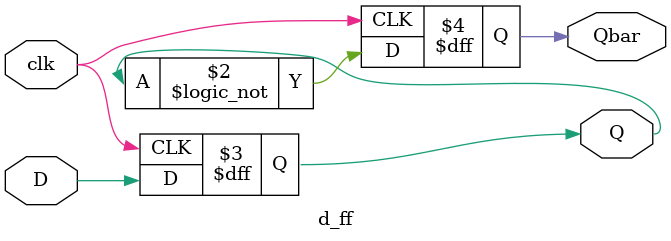
<source format=v>
`timescale 1ns / 1ps


module d_ff(
    input clk,
    input D,
    output reg Q,
    output reg Qbar
    );
    
    always@(posedge clk)
    begin
    Q<=D;
    Qbar<=!Q;
    end
    
endmodule

</source>
